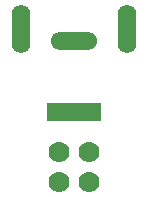
<source format=gbs>
%FSLAX33Y33*%
%MOMM*%
%AMRR-H1600000-W3900000-R800000-RO0.000*
21,1,2.3,1.6,0.,0.,360*
1,1,1.6,-1.15,0.*
1,1,1.6,1.15,0.*
1,1,1.6,1.15,-0.*
1,1,1.6,-1.15,0.*%
%AMRR-H4099999-W1600000-R800000-RO0.000*
21,1,1.6,2.499999,0.,0.,360*
1,1,1.6,0.,1.2499995*
1,1,1.6,0.,1.2499995*
1,1,1.6,0.,-1.2499995*
1,1,1.6,-0.,-1.2499995*%
%ADD10R,4.6X1.6*%
%ADD11RR-H1600000-W3900000-R800000-RO0.000*%
%ADD12RR-H4099999-W1600000-R800000-RO0.000*%
%ADD13C,1.778*%
D10*
%LNbottom solder mask_traces*%
%LNbottom solder mask component baff75c958aad604*%
G01*
X5715Y11010D03*
D11*
X5715Y17010D03*
D12*
X1215Y18010D03*
X10215Y18010D03*
%LNbottom solder mask component 7efe99aa22ff84f7*%
D13*
X4445Y7620D03*
X4445Y5080D03*
X6985Y7620D03*
X6985Y5080D03*
M02*
</source>
